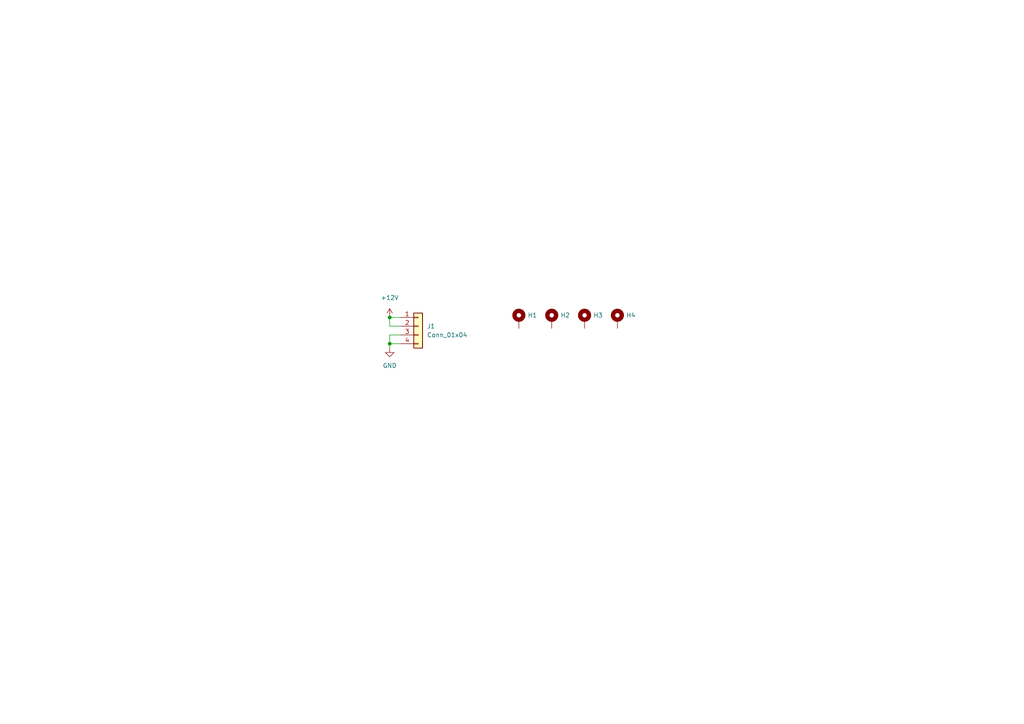
<source format=kicad_sch>
(kicad_sch (version 20211123) (generator eeschema)
  (paper "A4")
  (lib_symbols
    (symbol "Connector_Generic:Conn_01x04" (pin_names (offset 1.016) hide)
      (property "Reference" "J" (at 0 5.08 0))
      (property "Value" "Conn_01x04" (at 0 -7.62 0))
      (symbol "Conn_01x04_1_1"
        (rectangle (start -1.27 -4.953) (end 0 -5.207) (stroke (width 0.1524)))
        (rectangle (start -1.27 -2.413) (end 0 -2.667) (stroke (width 0.1524)))
        (rectangle (start -1.27 0.127) (end 0 -0.127) (stroke (width 0.1524)))
        (rectangle (start -1.27 2.667) (end 0 2.413) (stroke (width 0.1524)))
        (rectangle (start -1.27 3.81) (end 1.27 -6.35) (stroke (width 0.254)) (fill (type background)))
        (pin passive line (at -5.08 2.54 0) (length 3.81) (name "Pin_1") (number "1"))
        (pin passive line (at -5.08 0 0) (length 3.81) (name "Pin_2") (number "2"))
        (pin passive line (at -5.08 -2.54 0) (length 3.81) (name "Pin_3") (number "3"))
        (pin passive line (at -5.08 -5.08 0) (length 3.81) (name "Pin_4") (number "4"))
      )
    )
    (symbol "Mechanical:MountingHole_Pad" (pin_numbers hide) (pin_names (offset 1.016) hide)
      (property "Reference" "H" (at 0 6.35 0))
      (property "Value" "MountingHole_Pad" (at 0 4.445 0))
      (symbol "MountingHole_Pad_0_1"
        (circle (center 0 1.27) (radius 1.27) (stroke (width 1.27)))
      )
      (symbol "MountingHole_Pad_1_1"
        (pin input line (at 0 -2.54 90) (length 2.54) (name "1") (number "1"))
      )
    )
    (symbol "power:+12V" (power) (pin_names (offset 0))
      (property "Value" "+12V" (at 0 3.556 0))
      (symbol "+12V_0_1"
        (polyline (pts (xy -0.762 1.27) (xy 0 2.54)))
        (polyline (pts (xy 0 0) (xy 0 2.54)))
        (polyline (pts (xy 0 2.54) (xy 0.762 1.27)))
      )
      (symbol "+12V_1_1"
        (pin power_in line (at 0 0 90) (length 0) hide (name "+12V") (number "1"))
      )
    )
    (symbol "power:GND" (power) (pin_names (offset 0))
      (property "Value" "GND" (at 0 -3.81 0))
      (symbol "GND_0_1"
        (polyline (pts (xy 0 0) (xy 0 -1.27) (xy 1.27 -1.27) (xy 0 -2.54) (xy -1.27 -1.27) (xy 0 -1.27)))
      )
      (symbol "GND_1_1"
        (pin power_in line (at 0 0 270) (length 0) hide (name "GND") (number "1"))
      )
    )
  )
  (junction (at 113.03 92.075))
  (junction (at 113.03 99.695))
  (wire (pts (xy 113.03 92.075) (xy 113.03 94.615)))
  (wire (pts (xy 113.03 92.075) (xy 116.205 92.075)))
  (wire (pts (xy 113.03 94.615) (xy 116.205 94.615)))
  (wire (pts (xy 113.03 97.155) (xy 113.03 99.695)))
  (wire (pts (xy 113.03 100.965) (xy 113.03 99.695)))
  (wire (pts (xy 113.03 99.695) (xy 116.205 99.695)))
  (wire (pts (xy 116.205 97.155) (xy 113.03 97.155)))
  (symbol (lib_id "power:GND") (at 113.03 100.965 0) (unit 1)
    (property "Reference" "#PWR02" (effects hide))
    (property "Value" "GND" (at 113.03 106.045 0))
  )
  (symbol (lib_id "power:+12V") (at 113.03 92.075 0) (unit 1)
    (property "Reference" "#PWR01" (effects hide))
    (property "Value" "+12V" (at 113.03 86.36 0))
  )
  (symbol (lib_id "Mechanical:MountingHole_Pad") (at 160.02 92.71 0) (unit 1)
    (property "Reference" "H2" (at 162.56 91.4399 0) (effects (justify left)))
    (property "Value" "MountingHole_Pad" (effects hide))
    (property "Footprint" "TestPoint:TestPoint_Plated_Hole_D3.0mm" (effects hide))
  )
  (symbol (lib_id "Mechanical:MountingHole_Pad") (at 150.495 92.71 0) (unit 1)
    (property "Reference" "H1" (at 153.035 91.4399 0) (effects (justify left)))
    (property "Value" "MountingHole_Pad" (effects hide))
    (property "Footprint" "TestPoint:TestPoint_Plated_Hole_D3.0mm" (effects hide))
  )
  (symbol (lib_id "Mechanical:MountingHole_Pad") (at 179.07 92.71 0) (unit 1)
    (property "Reference" "H4" (at 181.61 91.4399 0) (effects (justify left)))
    (property "Value" "MountingHole_Pad" (effects hide))
    (property "Footprint" "TestPoint:TestPoint_Plated_Hole_D3.0mm" (effects hide))
  )
  (symbol (lib_id "Connector_Generic:Conn_01x04") (at 121.285 94.615 0) (unit 1)
    (property "Reference" "J1" (at 123.825 94.6149 0) (effects (justify left)))
    (property "Value" "Conn_01x04" (at 123.825 97.1549 0) (effects (justify left)))
    (property "Footprint" "Connector_PinSocket_2.54mm:PinSocket_1x04_P2.54mm_Vertical" (effects hide))
  )
  (symbol (lib_id "Mechanical:MountingHole_Pad") (at 169.545 92.71 0) (unit 1)
    (property "Reference" "H3" (at 172.085 91.4399 0) (effects (justify left)))
    (property "Value" "MountingHole_Pad" (effects hide))
    (property "Footprint" "TestPoint:TestPoint_Plated_Hole_D3.0mm" (effects hide))
  )
)
</source>
